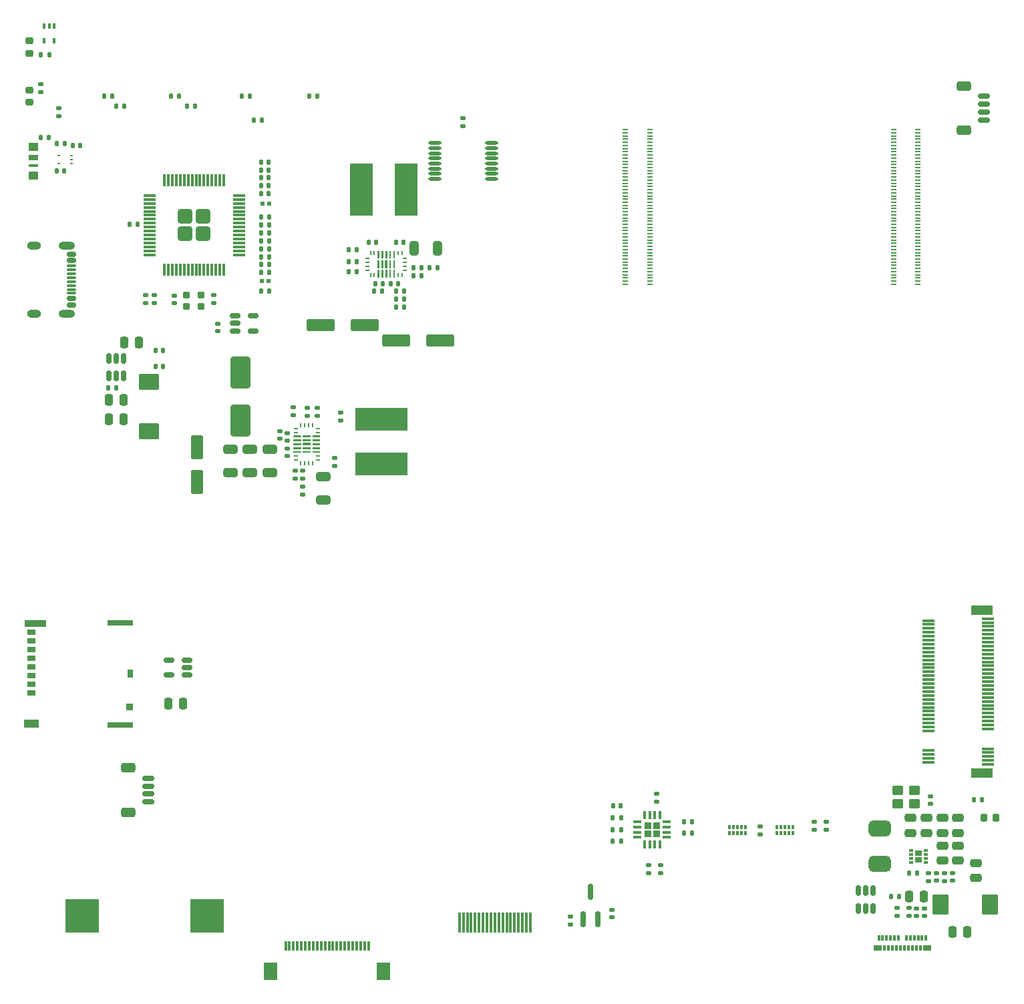
<source format=gtp>
G04 #@! TF.GenerationSoftware,KiCad,Pcbnew,9.0.6*
G04 #@! TF.CreationDate,2025-10-31T11:06:38-04:00*
G04 #@! TF.ProjectId,libreboard,6c696272-6562-46f6-9172-642e6b696361,rev?*
G04 #@! TF.SameCoordinates,Original*
G04 #@! TF.FileFunction,Paste,Top*
G04 #@! TF.FilePolarity,Positive*
%FSLAX46Y46*%
G04 Gerber Fmt 4.6, Leading zero omitted, Abs format (unit mm)*
G04 Created by KiCad (PCBNEW 9.0.6) date 2025-10-31 11:06:38*
%MOMM*%
%LPD*%
G01*
G04 APERTURE LIST*
G04 Aperture macros list*
%AMRoundRect*
0 Rectangle with rounded corners*
0 $1 Rounding radius*
0 $2 $3 $4 $5 $6 $7 $8 $9 X,Y pos of 4 corners*
0 Add a 4 corners polygon primitive as box body*
4,1,4,$2,$3,$4,$5,$6,$7,$8,$9,$2,$3,0*
0 Add four circle primitives for the rounded corners*
1,1,$1+$1,$2,$3*
1,1,$1+$1,$4,$5*
1,1,$1+$1,$6,$7*
1,1,$1+$1,$8,$9*
0 Add four rect primitives between the rounded corners*
20,1,$1+$1,$2,$3,$4,$5,0*
20,1,$1+$1,$4,$5,$6,$7,0*
20,1,$1+$1,$6,$7,$8,$9,0*
20,1,$1+$1,$8,$9,$2,$3,0*%
G04 Aperture macros list end*
%ADD10C,0.000000*%
%ADD11R,0.599999X0.240000*%
%ADD12R,0.240000X0.599999*%
%ADD13RoundRect,0.140000X0.170000X-0.140000X0.170000X0.140000X-0.170000X0.140000X-0.170000X-0.140000X0*%
%ADD14RoundRect,0.135000X0.185000X-0.135000X0.185000X0.135000X-0.185000X0.135000X-0.185000X-0.135000X0*%
%ADD15R,6.600000X2.850000*%
%ADD16RoundRect,0.250000X-1.000000X1.750000X-1.000000X-1.750000X1.000000X-1.750000X1.000000X1.750000X0*%
%ADD17RoundRect,0.250000X0.650000X-0.325000X0.650000X0.325000X-0.650000X0.325000X-0.650000X-0.325000X0*%
%ADD18RoundRect,0.140000X-0.170000X0.140000X-0.170000X-0.140000X0.170000X-0.140000X0.170000X0.140000X0*%
%ADD19RoundRect,0.250000X-0.650000X0.325000X-0.650000X-0.325000X0.650000X-0.325000X0.650000X0.325000X0*%
%ADD20RoundRect,0.135000X-0.185000X0.135000X-0.185000X-0.135000X0.185000X-0.135000X0.185000X0.135000X0*%
%ADD21RoundRect,0.150000X-0.150000X0.512500X-0.150000X-0.512500X0.150000X-0.512500X0.150000X0.512500X0*%
%ADD22RoundRect,0.227500X-0.227500X-0.227500X0.227500X-0.227500X0.227500X0.227500X-0.227500X0.227500X0*%
%ADD23RoundRect,0.087500X-0.425000X-0.087500X0.425000X-0.087500X0.425000X0.087500X-0.425000X0.087500X0*%
%ADD24RoundRect,0.087500X-0.087500X-0.425000X0.087500X-0.425000X0.087500X0.425000X-0.087500X0.425000X0*%
%ADD25RoundRect,0.150000X0.512500X0.150000X-0.512500X0.150000X-0.512500X-0.150000X0.512500X-0.150000X0*%
%ADD26RoundRect,0.250000X0.250000X0.475000X-0.250000X0.475000X-0.250000X-0.475000X0.250000X-0.475000X0*%
%ADD27R,0.300000X1.300000*%
%ADD28R,1.800000X2.200000*%
%ADD29RoundRect,0.135000X-0.135000X-0.185000X0.135000X-0.185000X0.135000X0.185000X-0.135000X0.185000X0*%
%ADD30RoundRect,0.075000X0.075000X0.200000X-0.075000X0.200000X-0.075000X-0.200000X0.075000X-0.200000X0*%
%ADD31RoundRect,0.162500X0.162500X-0.837500X0.162500X0.837500X-0.162500X0.837500X-0.162500X-0.837500X0*%
%ADD32RoundRect,0.218750X0.256250X-0.218750X0.256250X0.218750X-0.256250X0.218750X-0.256250X-0.218750X0*%
%ADD33RoundRect,0.150000X-0.425000X0.150000X-0.425000X-0.150000X0.425000X-0.150000X0.425000X0.150000X0*%
%ADD34RoundRect,0.075000X-0.500000X0.075000X-0.500000X-0.075000X0.500000X-0.075000X0.500000X0.075000X0*%
%ADD35O,2.100000X1.000000*%
%ADD36O,1.800000X1.000000*%
%ADD37RoundRect,0.100000X-0.100000X0.225000X-0.100000X-0.225000X0.100000X-0.225000X0.100000X0.225000X0*%
%ADD38R,0.300000X2.600000*%
%ADD39RoundRect,0.218750X0.218750X0.256250X-0.218750X0.256250X-0.218750X-0.256250X0.218750X-0.256250X0*%
%ADD40R,0.850000X0.650000*%
%ADD41R,0.500000X0.300000*%
%ADD42R,1.100000X0.700000*%
%ADD43R,0.930000X0.900000*%
%ADD44R,0.780000X1.050000*%
%ADD45R,3.330000X0.700000*%
%ADD46R,1.830000X1.140000*%
%ADD47R,2.800000X0.860000*%
%ADD48R,1.550000X0.300000*%
%ADD49R,2.750000X1.200000*%
%ADD50RoundRect,0.135000X0.135000X0.185000X-0.135000X0.185000X-0.135000X-0.185000X0.135000X-0.185000X0*%
%ADD51RoundRect,0.250000X0.475000X-0.250000X0.475000X0.250000X-0.475000X0.250000X-0.475000X-0.250000X0*%
%ADD52RoundRect,0.250000X-0.475000X0.250000X-0.475000X-0.250000X0.475000X-0.250000X0.475000X0.250000X0*%
%ADD53R,4.200000X4.200000*%
%ADD54RoundRect,0.140000X0.140000X0.170000X-0.140000X0.170000X-0.140000X-0.170000X0.140000X-0.170000X0*%
%ADD55RoundRect,0.140000X-0.140000X-0.170000X0.140000X-0.170000X0.140000X0.170000X-0.140000X0.170000X0*%
%ADD56RoundRect,0.250000X-0.250000X-0.475000X0.250000X-0.475000X0.250000X0.475000X-0.250000X0.475000X0*%
%ADD57R,0.300000X0.700000*%
%ADD58R,1.000000X0.700000*%
%ADD59RoundRect,0.150000X0.625000X-0.150000X0.625000X0.150000X-0.625000X0.150000X-0.625000X-0.150000X0*%
%ADD60RoundRect,0.250000X0.650000X-0.350000X0.650000X0.350000X-0.650000X0.350000X-0.650000X-0.350000X0*%
%ADD61RoundRect,0.250000X1.500000X0.550000X-1.500000X0.550000X-1.500000X-0.550000X1.500000X-0.550000X0*%
%ADD62RoundRect,0.250000X-1.045000X0.785000X-1.045000X-0.785000X1.045000X-0.785000X1.045000X0.785000X0*%
%ADD63RoundRect,0.250000X-0.785000X-1.045000X0.785000X-1.045000X0.785000X1.045000X-0.785000X1.045000X0*%
%ADD64RoundRect,0.250000X-1.500000X-0.550000X1.500000X-0.550000X1.500000X0.550000X-1.500000X0.550000X0*%
%ADD65RoundRect,0.250000X-0.450000X-0.350000X0.450000X-0.350000X0.450000X0.350000X-0.450000X0.350000X0*%
%ADD66RoundRect,0.500000X0.900000X-0.500000X0.900000X0.500000X-0.900000X0.500000X-0.900000X-0.500000X0*%
%ADD67R,0.355600X0.203200*%
%ADD68RoundRect,0.250000X-0.325000X-0.650000X0.325000X-0.650000X0.325000X0.650000X-0.325000X0.650000X0*%
%ADD69R,1.200000X1.000000*%
%ADD70R,1.200000X0.700000*%
%ADD71R,1.200000X0.450000*%
%ADD72R,0.700000X0.200000*%
%ADD73R,2.850000X6.600000*%
%ADD74RoundRect,0.250000X0.550000X-1.250000X0.550000X1.250000X-0.550000X1.250000X-0.550000X-1.250000X0*%
%ADD75O,1.649999X0.449999*%
%ADD76R,0.540000X0.600000*%
%ADD77RoundRect,0.200000X0.250000X-0.200000X0.250000X0.200000X-0.250000X0.200000X-0.250000X-0.200000X0*%
%ADD78RoundRect,0.150000X-0.512500X-0.150000X0.512500X-0.150000X0.512500X0.150000X-0.512500X0.150000X0*%
%ADD79RoundRect,0.250000X-0.645000X-0.645000X0.645000X-0.645000X0.645000X0.645000X-0.645000X0.645000X0*%
%ADD80RoundRect,0.075000X-0.700000X-0.075000X0.700000X-0.075000X0.700000X0.075000X-0.700000X0.075000X0*%
%ADD81RoundRect,0.075000X-0.075000X-0.700000X0.075000X-0.700000X0.075000X0.700000X-0.075000X0.700000X0*%
G04 APERTURE END LIST*
D10*
G36*
X163072600Y-110054101D02*
G01*
X163072600Y-110954099D01*
X163022600Y-111004099D01*
X162882601Y-111004099D01*
X162832601Y-110954099D01*
X162832601Y-110054101D01*
X162882601Y-110004101D01*
X163022600Y-110004101D01*
X163072600Y-110054101D01*
G37*
G36*
X163072600Y-108854101D02*
G01*
X163072600Y-109754099D01*
X163022600Y-109804099D01*
X162882601Y-109804099D01*
X162832601Y-109754099D01*
X162832601Y-108854101D01*
X162882601Y-108804101D01*
X163022600Y-108804101D01*
X163072600Y-108854101D01*
G37*
G36*
X163072600Y-111254101D02*
G01*
X163072600Y-112154099D01*
X163022600Y-112204099D01*
X162882601Y-112204099D01*
X162832601Y-112154099D01*
X162832601Y-111254101D01*
X162882601Y-111204101D01*
X163022600Y-111204101D01*
X163072600Y-111254101D01*
G37*
G36*
X163572602Y-108854101D02*
G01*
X163572602Y-109754099D01*
X163522602Y-109804099D01*
X163382602Y-109804099D01*
X163332602Y-109754099D01*
X163332602Y-108854101D01*
X163382602Y-108804101D01*
X163522602Y-108804101D01*
X163572602Y-108854101D01*
G37*
G36*
X163572602Y-111254101D02*
G01*
X163572602Y-112154099D01*
X163522602Y-112204099D01*
X163382602Y-112204099D01*
X163332602Y-112154099D01*
X163332602Y-111254101D01*
X163382602Y-111204101D01*
X163522602Y-111204101D01*
X163572602Y-111254101D01*
G37*
G36*
X163572602Y-110054101D02*
G01*
X163572602Y-110954099D01*
X163522602Y-111004099D01*
X163382602Y-111004099D01*
X163332602Y-110954099D01*
X163332602Y-110054101D01*
X163382602Y-110004101D01*
X163522602Y-110004101D01*
X163572602Y-110054101D01*
G37*
G36*
X164072601Y-108854101D02*
G01*
X164072601Y-109754099D01*
X164022601Y-109804099D01*
X163882601Y-109804099D01*
X163832601Y-109754099D01*
X163832601Y-108854101D01*
X163882601Y-108804101D01*
X164022601Y-108804101D01*
X164072601Y-108854101D01*
G37*
G36*
X164072601Y-111254101D02*
G01*
X164072601Y-112154099D01*
X164022601Y-112204099D01*
X163882601Y-112204099D01*
X163832601Y-112154099D01*
X163832601Y-111254101D01*
X163882601Y-111204101D01*
X164022601Y-111204101D01*
X164072601Y-111254101D01*
G37*
G36*
X164117602Y-110054101D02*
G01*
X164117602Y-110954099D01*
X164067602Y-111004099D01*
X163837600Y-111004099D01*
X163787600Y-110954099D01*
X163787600Y-110054101D01*
X163837600Y-110004101D01*
X164067602Y-110004101D01*
X164117602Y-110054101D01*
G37*
G36*
X164572600Y-111254101D02*
G01*
X164572600Y-112154099D01*
X164522600Y-112204099D01*
X164382600Y-112204099D01*
X164332600Y-112154099D01*
X164332600Y-111254101D01*
X164382600Y-111204101D01*
X164522600Y-111204101D01*
X164572600Y-111254101D01*
G37*
G36*
X164572600Y-108854101D02*
G01*
X164572600Y-109754099D01*
X164522600Y-109804099D01*
X164382600Y-109804099D01*
X164332600Y-109754099D01*
X164332600Y-108854101D01*
X164382600Y-108804101D01*
X164522600Y-108804101D01*
X164572600Y-108854101D01*
G37*
G36*
X164572600Y-110054101D02*
G01*
X164572600Y-110954099D01*
X164522600Y-111004099D01*
X164382600Y-111004099D01*
X164332600Y-110954099D01*
X164332600Y-110054101D01*
X164382600Y-110004101D01*
X164522600Y-110004101D01*
X164572600Y-110054101D01*
G37*
G36*
X165072601Y-110054101D02*
G01*
X165072601Y-110954099D01*
X165022601Y-111004099D01*
X164882602Y-111004099D01*
X164832602Y-110954099D01*
X164832602Y-110054101D01*
X164882602Y-110004101D01*
X165022601Y-110004101D01*
X165072601Y-110054101D01*
G37*
G36*
X165072601Y-108854101D02*
G01*
X165072601Y-109754099D01*
X165022601Y-109804099D01*
X164882602Y-109804099D01*
X164832602Y-109754099D01*
X164832602Y-108854101D01*
X164882602Y-108804101D01*
X165022601Y-108804101D01*
X165072601Y-108854101D01*
G37*
G36*
X165072601Y-111254101D02*
G01*
X165072601Y-112154099D01*
X165022601Y-112204099D01*
X164882602Y-112204099D01*
X164832602Y-112154099D01*
X164832602Y-111254101D01*
X164882602Y-111204101D01*
X165022601Y-111204101D01*
X165072601Y-111254101D01*
G37*
G36*
X154386544Y-132251991D02*
G01*
X154386544Y-132391990D01*
X154336544Y-132441990D01*
X153436546Y-132441990D01*
X153386546Y-132391990D01*
X153386546Y-132251991D01*
X153436546Y-132201991D01*
X154336544Y-132201991D01*
X154386544Y-132251991D01*
G37*
G36*
X155586544Y-132251991D02*
G01*
X155586544Y-132391990D01*
X155536544Y-132441990D01*
X154636546Y-132441990D01*
X154586546Y-132391990D01*
X154586546Y-132251991D01*
X154636546Y-132201991D01*
X155536544Y-132201991D01*
X155586544Y-132251991D01*
G37*
G36*
X153186544Y-132251991D02*
G01*
X153186544Y-132391990D01*
X153136544Y-132441990D01*
X152236546Y-132441990D01*
X152186546Y-132391990D01*
X152186546Y-132251991D01*
X152236546Y-132201991D01*
X153136544Y-132201991D01*
X153186544Y-132251991D01*
G37*
G36*
X155586544Y-132751992D02*
G01*
X155586544Y-132891992D01*
X155536544Y-132941992D01*
X154636546Y-132941992D01*
X154586546Y-132891992D01*
X154586546Y-132751992D01*
X154636546Y-132701992D01*
X155536544Y-132701992D01*
X155586544Y-132751992D01*
G37*
G36*
X153186544Y-132751992D02*
G01*
X153186544Y-132891992D01*
X153136544Y-132941992D01*
X152236546Y-132941992D01*
X152186546Y-132891992D01*
X152186546Y-132751992D01*
X152236546Y-132701992D01*
X153136544Y-132701992D01*
X153186544Y-132751992D01*
G37*
G36*
X154386544Y-132751992D02*
G01*
X154386544Y-132891992D01*
X154336544Y-132941992D01*
X153436546Y-132941992D01*
X153386546Y-132891992D01*
X153386546Y-132751992D01*
X153436546Y-132701992D01*
X154336544Y-132701992D01*
X154386544Y-132751992D01*
G37*
G36*
X155586544Y-133251991D02*
G01*
X155586544Y-133391991D01*
X155536544Y-133441991D01*
X154636546Y-133441991D01*
X154586546Y-133391991D01*
X154586546Y-133251991D01*
X154636546Y-133201991D01*
X155536544Y-133201991D01*
X155586544Y-133251991D01*
G37*
G36*
X153186544Y-133251991D02*
G01*
X153186544Y-133391991D01*
X153136544Y-133441991D01*
X152236546Y-133441991D01*
X152186546Y-133391991D01*
X152186546Y-133251991D01*
X152236546Y-133201991D01*
X153136544Y-133201991D01*
X153186544Y-133251991D01*
G37*
G36*
X154386544Y-133206990D02*
G01*
X154386544Y-133436992D01*
X154336544Y-133486992D01*
X153436546Y-133486992D01*
X153386546Y-133436992D01*
X153386546Y-133206990D01*
X153436546Y-133156990D01*
X154336544Y-133156990D01*
X154386544Y-133206990D01*
G37*
G36*
X153186544Y-133751990D02*
G01*
X153186544Y-133891990D01*
X153136544Y-133941990D01*
X152236546Y-133941990D01*
X152186546Y-133891990D01*
X152186546Y-133751990D01*
X152236546Y-133701990D01*
X153136544Y-133701990D01*
X153186544Y-133751990D01*
G37*
G36*
X155586544Y-133751990D02*
G01*
X155586544Y-133891990D01*
X155536544Y-133941990D01*
X154636546Y-133941990D01*
X154586546Y-133891990D01*
X154586546Y-133751990D01*
X154636546Y-133701990D01*
X155536544Y-133701990D01*
X155586544Y-133751990D01*
G37*
G36*
X154386544Y-133751990D02*
G01*
X154386544Y-133891990D01*
X154336544Y-133941990D01*
X153436546Y-133941990D01*
X153386546Y-133891990D01*
X153386546Y-133751990D01*
X153436546Y-133701990D01*
X154336544Y-133701990D01*
X154386544Y-133751990D01*
G37*
G36*
X154386544Y-134251992D02*
G01*
X154386544Y-134391991D01*
X154336544Y-134441991D01*
X153436546Y-134441991D01*
X153386546Y-134391991D01*
X153386546Y-134251992D01*
X153436546Y-134201992D01*
X154336544Y-134201992D01*
X154386544Y-134251992D01*
G37*
G36*
X155586544Y-134251992D02*
G01*
X155586544Y-134391991D01*
X155536544Y-134441991D01*
X154636546Y-134441991D01*
X154586546Y-134391991D01*
X154586546Y-134251992D01*
X154636546Y-134201992D01*
X155536544Y-134201992D01*
X155586544Y-134251992D01*
G37*
G36*
X153186544Y-134251992D02*
G01*
X153186544Y-134391991D01*
X153136544Y-134441991D01*
X152236546Y-134441991D01*
X152186546Y-134391991D01*
X152186546Y-134251992D01*
X152236546Y-134201992D01*
X153136544Y-134201992D01*
X153186544Y-134251992D01*
G37*
D11*
X161552601Y-109754099D03*
X161552601Y-110254100D03*
X161552601Y-110754100D03*
X161552601Y-111254101D03*
D12*
X161952600Y-111904100D03*
X162452601Y-111904100D03*
X165452601Y-111904100D03*
X165952602Y-111904100D03*
D11*
X166352601Y-111254101D03*
X166352601Y-110754100D03*
X166352601Y-110254100D03*
X166352601Y-109754099D03*
D12*
X165952602Y-109104100D03*
X165452601Y-109104100D03*
X162452601Y-109104100D03*
X161952600Y-109104100D03*
X154636546Y-130921991D03*
X154136545Y-130921991D03*
X153636545Y-130921991D03*
X153136544Y-130921991D03*
D11*
X152486545Y-131321990D03*
X152486545Y-131821991D03*
X152486545Y-134821991D03*
X152486545Y-135321992D03*
D12*
X153136544Y-135721991D03*
X153636545Y-135721991D03*
X154136545Y-135721991D03*
X154636546Y-135721991D03*
D11*
X155286545Y-135321992D03*
X155286545Y-134821991D03*
X155286545Y-131821991D03*
X155286545Y-131321990D03*
D13*
X151386545Y-133861990D03*
X151386545Y-134821990D03*
D14*
X152202600Y-128684100D03*
X152202600Y-129704100D03*
D15*
X163386545Y-135821990D03*
X163386545Y-130171990D03*
D16*
X145452600Y-130321990D03*
X145452600Y-124221990D03*
D17*
X146702600Y-133954100D03*
X146702600Y-136904100D03*
X144202600Y-133954100D03*
X144202600Y-136904100D03*
D18*
X157386545Y-136076990D03*
X157386545Y-135116990D03*
D19*
X155952600Y-140404100D03*
X155952600Y-137454100D03*
D18*
X150452600Y-132664100D03*
X150452600Y-131704100D03*
D14*
X155202600Y-128704100D03*
X155202600Y-129724100D03*
D17*
X149202600Y-133954100D03*
X149202600Y-136904100D03*
D20*
X153952600Y-129724100D03*
X153952600Y-128704100D03*
X153386545Y-139724100D03*
X153386545Y-138704100D03*
D13*
X158186545Y-129341990D03*
X158186545Y-130301990D03*
D18*
X151386545Y-132910652D03*
X151386545Y-131950652D03*
X152452600Y-137664100D03*
X152452600Y-136704100D03*
X153386545Y-137664100D03*
X153386545Y-136704100D03*
D21*
X225702600Y-189954100D03*
X224752600Y-189954100D03*
X223802600Y-189954100D03*
X223802600Y-192229100D03*
X224752600Y-192229100D03*
X225702600Y-192229100D03*
X130702600Y-122429100D03*
X129752600Y-122429100D03*
X128802600Y-122429100D03*
X128802600Y-124704100D03*
X129752600Y-124704100D03*
X130702600Y-124704100D03*
D22*
X197152600Y-181704100D03*
X197152600Y-182754100D03*
X198202600Y-181704100D03*
X198202600Y-182754100D03*
D23*
X195815100Y-181254100D03*
X195815100Y-181904100D03*
X195815100Y-182554100D03*
X195815100Y-183204100D03*
D24*
X196702600Y-184091600D03*
X197352600Y-184091600D03*
X198002600Y-184091600D03*
X198652600Y-184091600D03*
D23*
X199540100Y-183204100D03*
X199540100Y-182554100D03*
X199540100Y-181904100D03*
X199540100Y-181254100D03*
D24*
X198652600Y-180366600D03*
X198002600Y-180366600D03*
X197352600Y-180366600D03*
X196702600Y-180366600D03*
D25*
X138702600Y-162604100D03*
X138702600Y-161654100D03*
X138702600Y-160704100D03*
X136427600Y-160704100D03*
X136427600Y-162604100D03*
D13*
X211378891Y-182814302D03*
X211378891Y-181854302D03*
D26*
X138202600Y-166204100D03*
X136302600Y-166204100D03*
D13*
X187278891Y-194234302D03*
X187278891Y-193274302D03*
X192528891Y-193334302D03*
X192528891Y-192374302D03*
D27*
X161702600Y-196954302D03*
X161202600Y-196954302D03*
X160702600Y-196954302D03*
X160202600Y-196954302D03*
X159702600Y-196954302D03*
X159202600Y-196954302D03*
X158702600Y-196954302D03*
X158202600Y-196954302D03*
X157702600Y-196954302D03*
X157202600Y-196954302D03*
X156702600Y-196954302D03*
X156202600Y-196954302D03*
X155702600Y-196954302D03*
X155202600Y-196954302D03*
X154702600Y-196954302D03*
X154202600Y-196954302D03*
X153702600Y-196954302D03*
X153202600Y-196954302D03*
X152702600Y-196954302D03*
X152202600Y-196954302D03*
X151702600Y-196954302D03*
X151202600Y-196954302D03*
D28*
X149302600Y-200204302D03*
X163602600Y-200204302D03*
D29*
X120207600Y-83954100D03*
X121227600Y-83954100D03*
D30*
X215478891Y-181934302D03*
X214978891Y-181934302D03*
X214478891Y-181934302D03*
X213978891Y-181934302D03*
X213478891Y-181934302D03*
X213478891Y-182704302D03*
X213978891Y-182704302D03*
X214478891Y-182704302D03*
X214978891Y-182704302D03*
X215478891Y-182704302D03*
D31*
X188878891Y-193564302D03*
X190778891Y-193564302D03*
X189828891Y-190144302D03*
D32*
X118702600Y-89991600D03*
X118702600Y-88416600D03*
D14*
X218202600Y-182224100D03*
X218202600Y-181204100D03*
X219702600Y-182224100D03*
X219702600Y-181204100D03*
D33*
X124053891Y-109254100D03*
X124053891Y-110054100D03*
D34*
X124053891Y-111204100D03*
X124053891Y-112204100D03*
X124053891Y-112704100D03*
X124053891Y-113704100D03*
D33*
X124053891Y-114854100D03*
X124053891Y-115654100D03*
D34*
X124053891Y-114204100D03*
X124053891Y-113204100D03*
X124053891Y-111704100D03*
X124053891Y-110704100D03*
D35*
X123478891Y-108134100D03*
D36*
X119298891Y-108134100D03*
D35*
X123478891Y-116774100D03*
D36*
X119298891Y-116774100D03*
D32*
X118702600Y-83779100D03*
X118702600Y-82204100D03*
D14*
X120202600Y-88724100D03*
X120202600Y-87704100D03*
D37*
X121902600Y-80304100D03*
X121252600Y-80304100D03*
X120602600Y-80304100D03*
X120602600Y-82204100D03*
X121902600Y-82204100D03*
D38*
X182228891Y-193974302D03*
X181728891Y-193974302D03*
X181228891Y-193974302D03*
X180728891Y-193974302D03*
X180228891Y-193974302D03*
X179728891Y-193974302D03*
X179228891Y-193974302D03*
X178728891Y-193974302D03*
X178228891Y-193974302D03*
X177728891Y-193974302D03*
X177228891Y-193974302D03*
X176728891Y-193974302D03*
X176228891Y-193974302D03*
X175728891Y-193974302D03*
X175228891Y-193974302D03*
X174728891Y-193974302D03*
X174228891Y-193974302D03*
X173728891Y-193974302D03*
X173228891Y-193974302D03*
D30*
X209478891Y-181934302D03*
X208978891Y-181934302D03*
X208478891Y-181934302D03*
X207978891Y-181934302D03*
X207478891Y-181934302D03*
X207478891Y-182704302D03*
X207978891Y-182704302D03*
X208478891Y-182704302D03*
X208978891Y-182704302D03*
X209478891Y-182704302D03*
D39*
X241277600Y-180704100D03*
X239702600Y-180704100D03*
D40*
X231428891Y-186083211D03*
X231428891Y-185208211D03*
D41*
X232328891Y-186395711D03*
X232328891Y-185895711D03*
X232328891Y-185395711D03*
X232328891Y-184895711D03*
X230528891Y-184895711D03*
X230528891Y-185395711D03*
X230528891Y-185895711D03*
X230528891Y-186395711D03*
D42*
X118993891Y-164864302D03*
X118993891Y-163764302D03*
X118993891Y-162664302D03*
X118993891Y-161564302D03*
X118993891Y-160464302D03*
X118993891Y-159364302D03*
X118993891Y-158264302D03*
X118993891Y-157164302D03*
D43*
X131458891Y-166654302D03*
D44*
X131533891Y-162389302D03*
D45*
X130258891Y-168964302D03*
D46*
X119008891Y-168744302D03*
D47*
X119493891Y-156084302D03*
D45*
X130258891Y-156004302D03*
D48*
X240227600Y-155454100D03*
X232677600Y-155704100D03*
X240227600Y-155954100D03*
X232677600Y-156204100D03*
X240227600Y-156454100D03*
X232677600Y-156704100D03*
X240227600Y-156954100D03*
X232677600Y-157204100D03*
X240227600Y-157454100D03*
X232677600Y-157704100D03*
X240227600Y-157954100D03*
X232677600Y-158204100D03*
X240227600Y-158454100D03*
X232677600Y-158704100D03*
X240227600Y-158954100D03*
X232677600Y-159204100D03*
X240227600Y-159454100D03*
X232677600Y-159704100D03*
X240227600Y-159954100D03*
X232677600Y-160204100D03*
X240227600Y-160454100D03*
X232677600Y-160704100D03*
X240227600Y-160954100D03*
X232677600Y-161204100D03*
X240227600Y-161454100D03*
X232677600Y-161704100D03*
X240227600Y-161954100D03*
X232677600Y-162204100D03*
X240227600Y-162454100D03*
X232677600Y-162704100D03*
X240227600Y-162954100D03*
X232677600Y-163204100D03*
X240227600Y-163454100D03*
X232677600Y-163704100D03*
X240227600Y-163954100D03*
X232677600Y-164204100D03*
X240227600Y-164454100D03*
X232677600Y-164704100D03*
X240227600Y-164954100D03*
X232677600Y-165204100D03*
X240227600Y-165454100D03*
X232677600Y-165704100D03*
X240227600Y-165954100D03*
X232677600Y-166204100D03*
X240227600Y-166454100D03*
X232677600Y-166704100D03*
X240227600Y-166954100D03*
X232677600Y-167204100D03*
X240227600Y-167454100D03*
X232677600Y-167704100D03*
X240227600Y-167954100D03*
X232677600Y-168204100D03*
X240227600Y-168454100D03*
X232677600Y-168704100D03*
X240227600Y-168954100D03*
X232677600Y-169204100D03*
X240227600Y-169454100D03*
X232677600Y-169704100D03*
X240227600Y-171954100D03*
X232677600Y-172204100D03*
X240227600Y-172454100D03*
X232677600Y-172704100D03*
X240227600Y-172954100D03*
X232677600Y-173204100D03*
X240227600Y-173454100D03*
X232677600Y-173704100D03*
X240227600Y-173954100D03*
D49*
X239452600Y-154354100D03*
X239452600Y-175054100D03*
D50*
X160202600Y-111454100D03*
X159182600Y-111454100D03*
D51*
X236428891Y-186145711D03*
X236428891Y-184245711D03*
D52*
X234428891Y-180745711D03*
X234428891Y-182645711D03*
D18*
X232202600Y-192244100D03*
X232202600Y-193204100D03*
D53*
X141252600Y-193204100D03*
X125452600Y-193204100D03*
D54*
X166202600Y-114954100D03*
X165242600Y-114954100D03*
D18*
X235702600Y-187704100D03*
X235702600Y-188664100D03*
D13*
X233702600Y-188704100D03*
X233702600Y-187744100D03*
D55*
X162452600Y-113954100D03*
X163412600Y-113954100D03*
D50*
X202702600Y-182704100D03*
X201682600Y-182704100D03*
X123202600Y-95204100D03*
X122182600Y-95204100D03*
D14*
X228702600Y-193204100D03*
X228702600Y-192184100D03*
D13*
X231202600Y-193204100D03*
X231202600Y-192244100D03*
D56*
X128802600Y-127729100D03*
X130702600Y-127729100D03*
D29*
X136702600Y-89204100D03*
X137722600Y-89204100D03*
X154182600Y-89204100D03*
X155202600Y-89204100D03*
D57*
X226382600Y-195914100D03*
X226882600Y-195914100D03*
X227382600Y-195914100D03*
X227882600Y-195914100D03*
X228382600Y-195914100D03*
X228882600Y-195914100D03*
X229882600Y-195914100D03*
X230382600Y-195914100D03*
X230882600Y-195914100D03*
X231382600Y-195914100D03*
X231882600Y-195914100D03*
X232382600Y-195914100D03*
D58*
X232482600Y-197214100D03*
D57*
X231632600Y-197214100D03*
X231132600Y-197214100D03*
X230632600Y-197214100D03*
X230132600Y-197214100D03*
X229632600Y-197214100D03*
X229132600Y-197214100D03*
X228632600Y-197214100D03*
X228132600Y-197214100D03*
X227632600Y-197214100D03*
X227132600Y-197214100D03*
D58*
X226282600Y-197214100D03*
D59*
X239702600Y-92204100D03*
X239702600Y-91204100D03*
X239702600Y-90204100D03*
X239702600Y-89204100D03*
D60*
X237177600Y-93504100D03*
X237177600Y-87904100D03*
D55*
X124242600Y-95454100D03*
X125202600Y-95454100D03*
D61*
X170802600Y-120204100D03*
X165202600Y-120204100D03*
D55*
X122202600Y-98704100D03*
X123162600Y-98704100D03*
D29*
X128202600Y-89204100D03*
X129222600Y-89204100D03*
X227932600Y-190704100D03*
X228952600Y-190704100D03*
X120182600Y-94454100D03*
X121202600Y-94454100D03*
D26*
X132652600Y-120454100D03*
X130752600Y-120454100D03*
D62*
X133852600Y-125446600D03*
X133852600Y-131686600D03*
D52*
X232428891Y-180758211D03*
X232428891Y-182658211D03*
D20*
X198202600Y-177704100D03*
X198202600Y-178724100D03*
D63*
X234202600Y-191704100D03*
X240442600Y-191704100D03*
D29*
X169452600Y-110954100D03*
X170472600Y-110954100D03*
D14*
X197202600Y-187724100D03*
X197202600Y-186704100D03*
D52*
X238702600Y-186454100D03*
X238702600Y-188354100D03*
D14*
X173702600Y-92974100D03*
X173702600Y-91954100D03*
D64*
X155602600Y-118204100D03*
X161202600Y-118204100D03*
D65*
X228752600Y-178954100D03*
X230952600Y-178954100D03*
X230952600Y-177254100D03*
X228752600Y-177254100D03*
D14*
X198702600Y-187714100D03*
X198702600Y-186694100D03*
D50*
X239472600Y-178454100D03*
X238452600Y-178454100D03*
D54*
X162662600Y-107704100D03*
X161702600Y-107704100D03*
D55*
X167452600Y-110954100D03*
X168412600Y-110954100D03*
D66*
X226528891Y-186545711D03*
X226528891Y-182045711D03*
D55*
X134702600Y-123454100D03*
X135662600Y-123454100D03*
D56*
X235702600Y-195204100D03*
X237602600Y-195204100D03*
D29*
X129692600Y-90454100D03*
X130712600Y-90454100D03*
X201682600Y-181204100D03*
X202702600Y-181204100D03*
D50*
X193702600Y-183704100D03*
X192682600Y-183704100D03*
D20*
X234702600Y-187704100D03*
X234702600Y-188724100D03*
D29*
X159182600Y-110204100D03*
X160202600Y-110204100D03*
X138692600Y-90454100D03*
X139712600Y-90454100D03*
D56*
X128802600Y-130129100D03*
X130702600Y-130129100D03*
D54*
X166202600Y-113954100D03*
X165242600Y-113954100D03*
D14*
X232692600Y-188724100D03*
X232692600Y-187704100D03*
X122452600Y-91704100D03*
X122452600Y-90684100D03*
D55*
X167452600Y-111954100D03*
X168412600Y-111954100D03*
D67*
X124103600Y-97704098D03*
X124103600Y-97204099D03*
X124103600Y-96704100D03*
X122452600Y-96704100D03*
X122452600Y-97704098D03*
D50*
X129702600Y-126204100D03*
X128682600Y-126204100D03*
D52*
X236428891Y-180745711D03*
X236428891Y-182645711D03*
X230428891Y-180745711D03*
X230428891Y-182645711D03*
D55*
X165202600Y-107704100D03*
X166162600Y-107704100D03*
D54*
X166202600Y-115954100D03*
X165242600Y-115954100D03*
D68*
X167502600Y-108454100D03*
X170452600Y-108454100D03*
D50*
X193702600Y-182204100D03*
X192682600Y-182204100D03*
D55*
X134702600Y-121454100D03*
X135662600Y-121454100D03*
D14*
X230192600Y-193204100D03*
X230192600Y-192184100D03*
D29*
X147192600Y-92204100D03*
X148212600Y-92204100D03*
D54*
X165452600Y-113004100D03*
X164492600Y-113004100D03*
D55*
X162581262Y-113004100D03*
X163541262Y-113004100D03*
D29*
X230202600Y-187704100D03*
X231222600Y-187704100D03*
D69*
X119202600Y-95654100D03*
D70*
X119202600Y-97004100D03*
D71*
X119202600Y-98029100D03*
D69*
X119202600Y-99254100D03*
D72*
X231366309Y-113050393D03*
X228286309Y-113050393D03*
X231366309Y-112650393D03*
X228286309Y-112650393D03*
X231366309Y-112250393D03*
X228286309Y-112250393D03*
X231366309Y-111850393D03*
X228286309Y-111850393D03*
X231366309Y-111450393D03*
X228286309Y-111450393D03*
X231366309Y-111050393D03*
X228286309Y-111050393D03*
X231366309Y-110650393D03*
X228286309Y-110650393D03*
X231366309Y-110250393D03*
X228286309Y-110250393D03*
X231366309Y-109850393D03*
X228286309Y-109850393D03*
X231366309Y-109450393D03*
X228286309Y-109450393D03*
X231366309Y-109050393D03*
X228286309Y-109050393D03*
X231366309Y-108650393D03*
X228286309Y-108650393D03*
X231366309Y-108250393D03*
X228286309Y-108250393D03*
X231366309Y-107850393D03*
X228286309Y-107850393D03*
X231366309Y-107450393D03*
X228286309Y-107450393D03*
X231366309Y-107050393D03*
X228286309Y-107050393D03*
X231366309Y-106650393D03*
X228286309Y-106650393D03*
X231366309Y-106250393D03*
X228286309Y-106250393D03*
X231366309Y-105850393D03*
X228286309Y-105850393D03*
X231366309Y-105450393D03*
X228286309Y-105450393D03*
X231366309Y-105050393D03*
X228286309Y-105050393D03*
X231366309Y-104650393D03*
X228286309Y-104650393D03*
X231366309Y-104250393D03*
X228286309Y-104250393D03*
X231366309Y-103850393D03*
X228286309Y-103850393D03*
X231366309Y-103450393D03*
X228286309Y-103450393D03*
X231366309Y-103050393D03*
X228286309Y-103050393D03*
X231366309Y-102650393D03*
X228286309Y-102650393D03*
X231366309Y-102250393D03*
X228286309Y-102250393D03*
X231366309Y-101850393D03*
X228286309Y-101850393D03*
X231366309Y-101450393D03*
X228286309Y-101450393D03*
X231366309Y-101050393D03*
X228286309Y-101050393D03*
X231366309Y-100650393D03*
X228286309Y-100650393D03*
X231366309Y-100250393D03*
X228286309Y-100250393D03*
X231366309Y-99850393D03*
X228286309Y-99850393D03*
X231366309Y-99450393D03*
X228286309Y-99450393D03*
X231366309Y-99050393D03*
X228286309Y-99050393D03*
X231366309Y-98650393D03*
X228286309Y-98650393D03*
X231366309Y-98250393D03*
X228286309Y-98250393D03*
X231366309Y-97850393D03*
X228286309Y-97850393D03*
X231366309Y-97450393D03*
X228286309Y-97450393D03*
X231366309Y-97050393D03*
X228286309Y-97050393D03*
X231366309Y-96650393D03*
X228286309Y-96650393D03*
X231366309Y-96250393D03*
X228286309Y-96250393D03*
X231366309Y-95850393D03*
X228286309Y-95850393D03*
X231366309Y-95450393D03*
X228286309Y-95450393D03*
X231366309Y-95050393D03*
X228286309Y-95050393D03*
X231366309Y-94650393D03*
X228286309Y-94650393D03*
X231366309Y-94250393D03*
X228286309Y-94250393D03*
X231366309Y-93850393D03*
X228286309Y-93850393D03*
X231366309Y-93450393D03*
X228286309Y-93450393D03*
X197366309Y-113050393D03*
X194286309Y-113050393D03*
X197366309Y-112650393D03*
X194286309Y-112650393D03*
X197366309Y-112250393D03*
X194286309Y-112250393D03*
X197366309Y-111850393D03*
X194286309Y-111850393D03*
X197366309Y-111450393D03*
X194286309Y-111450393D03*
X197366309Y-111050393D03*
X194286309Y-111050393D03*
X197366309Y-110650393D03*
X194286309Y-110650393D03*
X197366309Y-110250393D03*
X194286309Y-110250393D03*
X197366309Y-109850393D03*
X194286309Y-109850393D03*
X197366309Y-109450393D03*
X194286309Y-109450393D03*
X197366309Y-109050393D03*
X194286309Y-109050393D03*
X197366309Y-108650393D03*
X194286309Y-108650393D03*
X197366309Y-108250393D03*
X194286309Y-108250393D03*
X197366309Y-107850393D03*
X194286309Y-107850393D03*
X197366309Y-107450393D03*
X194286309Y-107450393D03*
X197366309Y-107050393D03*
X194286309Y-107050393D03*
X197366309Y-106650393D03*
X194286309Y-106650393D03*
X197366309Y-106250393D03*
X194286309Y-106250393D03*
X197366309Y-105850393D03*
X194286309Y-105850393D03*
X197366309Y-105450393D03*
X194286309Y-105450393D03*
X197366309Y-105050393D03*
X194286309Y-105050393D03*
X197366309Y-104650393D03*
X194286309Y-104650393D03*
X197366309Y-104250393D03*
X194286309Y-104250393D03*
X197366309Y-103850393D03*
X194286309Y-103850393D03*
X197366309Y-103450393D03*
X194286309Y-103450393D03*
X197366309Y-103050393D03*
X194286309Y-103050393D03*
X197366309Y-102650393D03*
X194286309Y-102650393D03*
X197366309Y-102250393D03*
X194286309Y-102250393D03*
X197366309Y-101850393D03*
X194286309Y-101850393D03*
X197366309Y-101450393D03*
X194286309Y-101450393D03*
X197366309Y-101050393D03*
X194286309Y-101050393D03*
X197366309Y-100650393D03*
X194286309Y-100650393D03*
X197366309Y-100250393D03*
X194286309Y-100250393D03*
X197366309Y-99850393D03*
X194286309Y-99850393D03*
X197366309Y-99450393D03*
X194286309Y-99450393D03*
X197366309Y-99050393D03*
X194286309Y-99050393D03*
X197366309Y-98650393D03*
X194286309Y-98650393D03*
X197366309Y-98250393D03*
X194286309Y-98250393D03*
X197366309Y-97850393D03*
X194286309Y-97850393D03*
X197366309Y-97450393D03*
X194286309Y-97450393D03*
X197366309Y-97050393D03*
X194286309Y-97050393D03*
X197366309Y-96650393D03*
X194286309Y-96650393D03*
X197366309Y-96250393D03*
X194286309Y-96250393D03*
X197366309Y-95850393D03*
X194286309Y-95850393D03*
X197366309Y-95450393D03*
X194286309Y-95450393D03*
X197366309Y-95050393D03*
X194286309Y-95050393D03*
X197366309Y-94650393D03*
X194286309Y-94650393D03*
X197366309Y-94250393D03*
X194286309Y-94250393D03*
X197366309Y-93850393D03*
X194286309Y-93850393D03*
X197366309Y-93450393D03*
X194286309Y-93450393D03*
D50*
X160202600Y-108704100D03*
X159182600Y-108704100D03*
D51*
X234428891Y-186145711D03*
X234428891Y-184245711D03*
D73*
X160802600Y-101004100D03*
X166452600Y-101004100D03*
D13*
X232952600Y-178954100D03*
X232952600Y-177994100D03*
D55*
X192702600Y-179204100D03*
X193662600Y-179204100D03*
D50*
X193702600Y-180704100D03*
X192682600Y-180704100D03*
D26*
X232102600Y-190704100D03*
X230202600Y-190704100D03*
D29*
X145682600Y-89204100D03*
X146702600Y-89204100D03*
D74*
X139952600Y-138104100D03*
X139952600Y-133704100D03*
D59*
X133777600Y-178704100D03*
X133777600Y-177704100D03*
X133777600Y-176704100D03*
X133777600Y-175704100D03*
D60*
X131252600Y-180004100D03*
X131252600Y-174404100D03*
D75*
X170102600Y-95154100D03*
X170102600Y-95804101D03*
X170102600Y-96454100D03*
X170102600Y-97104101D03*
X170102600Y-97754100D03*
X170102600Y-98404101D03*
X170102600Y-99054100D03*
X170102600Y-99704101D03*
X177352601Y-99704101D03*
X177352601Y-99054100D03*
X177352601Y-98404101D03*
X177352601Y-97754100D03*
X177352601Y-97104101D03*
X177352601Y-96454100D03*
X177352601Y-95804101D03*
X177352601Y-95154100D03*
D55*
X148142600Y-108554100D03*
X149102600Y-108554100D03*
X148142600Y-104554100D03*
X149102600Y-104554100D03*
D20*
X142102600Y-114419774D03*
X142102600Y-115439774D03*
D55*
X148142600Y-106554100D03*
X149102600Y-106554100D03*
D76*
X149102600Y-102804100D03*
X148238600Y-102804100D03*
D55*
X148142600Y-105554100D03*
X149102600Y-105554100D03*
X148142600Y-110554100D03*
X149102600Y-110554100D03*
X148142600Y-111554100D03*
X149102600Y-111554100D03*
D54*
X149102600Y-113954100D03*
X148142600Y-113954100D03*
D55*
X148142600Y-107554100D03*
X149102600Y-107554100D03*
D18*
X142602600Y-118054100D03*
X142602600Y-119014100D03*
D55*
X148142600Y-109554100D03*
X149102600Y-109554100D03*
X148102600Y-97554100D03*
X149062600Y-97554100D03*
X148102600Y-100554100D03*
X149062600Y-100554100D03*
D13*
X134602600Y-115419774D03*
X134602600Y-114459774D03*
X137102600Y-115439774D03*
X137102600Y-114479774D03*
D55*
X148102600Y-98554100D03*
X149062600Y-98554100D03*
D76*
X148172338Y-112665664D03*
X149036338Y-112665664D03*
D20*
X133470307Y-114439774D03*
X133470307Y-115459774D03*
D29*
X131442600Y-105454100D03*
X132462600Y-105454100D03*
D55*
X148102600Y-101554100D03*
X149062600Y-101554100D03*
D77*
X138602600Y-115889774D03*
X140452600Y-115889774D03*
X140452600Y-114439774D03*
X138602600Y-114439774D03*
D78*
X144827600Y-117054100D03*
X144827600Y-118004100D03*
X144827600Y-118954100D03*
X147102600Y-118954100D03*
X147102600Y-117054100D03*
D55*
X148102600Y-99554100D03*
X149062600Y-99554100D03*
D79*
X138492600Y-104444100D03*
X138492600Y-106664100D03*
X140712600Y-104444100D03*
X140712600Y-106664100D03*
D80*
X133927600Y-101804100D03*
X133927600Y-102304100D03*
X133927600Y-102804100D03*
X133927600Y-103304100D03*
X133927600Y-103804100D03*
X133927600Y-104304100D03*
X133927600Y-104804100D03*
X133927600Y-105304100D03*
X133927600Y-105804100D03*
X133927600Y-106304100D03*
X133927600Y-106804100D03*
X133927600Y-107304100D03*
X133927600Y-107804100D03*
X133927600Y-108304100D03*
X133927600Y-108804100D03*
X133927600Y-109304100D03*
D81*
X135852600Y-111229100D03*
X136352600Y-111229100D03*
X136852600Y-111229100D03*
X137352600Y-111229100D03*
X137852600Y-111229100D03*
X138352600Y-111229100D03*
X138852600Y-111229100D03*
X139352600Y-111229100D03*
X139852600Y-111229100D03*
X140352600Y-111229100D03*
X140852600Y-111229100D03*
X141352600Y-111229100D03*
X141852600Y-111229100D03*
X142352600Y-111229100D03*
X142852600Y-111229100D03*
X143352600Y-111229100D03*
D80*
X145277600Y-109304100D03*
X145277600Y-108804100D03*
X145277600Y-108304100D03*
X145277600Y-107804100D03*
X145277600Y-107304100D03*
X145277600Y-106804100D03*
X145277600Y-106304100D03*
X145277600Y-105804100D03*
X145277600Y-105304100D03*
X145277600Y-104804100D03*
X145277600Y-104304100D03*
X145277600Y-103804100D03*
X145277600Y-103304100D03*
X145277600Y-102804100D03*
X145277600Y-102304100D03*
X145277600Y-101804100D03*
D81*
X143352600Y-99879100D03*
X142852600Y-99879100D03*
X142352600Y-99879100D03*
X141852600Y-99879100D03*
X141352600Y-99879100D03*
X140852600Y-99879100D03*
X140352600Y-99879100D03*
X139852600Y-99879100D03*
X139352600Y-99879100D03*
X138852600Y-99879100D03*
X138352600Y-99879100D03*
X137852600Y-99879100D03*
X137352600Y-99879100D03*
X136852600Y-99879100D03*
X136352600Y-99879100D03*
X135852600Y-99879100D03*
M02*

</source>
